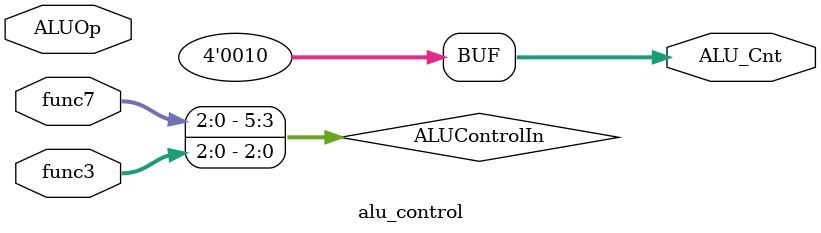
<source format=v>
module alu_control( ALU_Cnt, ALUOp,func7,func3);
 output reg[3:0] ALU_Cnt;
 input [1:0] ALUOp;
 input [6:0] func7;
 input [2:0] func3;
 wire [5:0] ALUControlIn;
 assign ALUControlIn = {ALUOp,func7,func3};
 always @(ALUControlIn)
 casex (ALUControlIn)
   12'b00xxxxxxxxxx: ALU_Cnt=4'b0010;
   12'b01xxxxxxxxxx: ALU_Cnt=4'b0110;
   12'b100000000000: ALU_Cnt=4'b0010;
   12'b100100000000: ALU_Cnt=4'b0110;
   12'b100000000111: ALU_Cnt=4'b0000;
   12'b100000000110: ALU_Cnt=4'b0001;
  default: ALU_Cnt=4'b0000;
  endcase
endmodule
</source>
